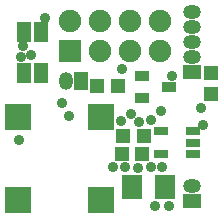
<source format=gbr>
G04 DipTrace 2.4.0.2*
%INBottomMask.gbr*%
%MOIN*%
%ADD38R,0.0492X0.0335*%
%ADD40R,0.0512X0.0315*%
%ADD42C,0.0748*%
%ADD46R,0.0748X0.0748*%
%ADD48R,0.0709X0.0787*%
%ADD50O,0.0472X0.0591*%
%ADD52R,0.0472X0.0591*%
%ADD54R,0.0472X0.0669*%
%ADD56R,0.0512X0.0472*%
%ADD58R,0.0866X0.0866*%
%ADD66R,0.0472X0.0512*%
%ADD68C,0.0354*%
%ADD70O,0.0591X0.0472*%
%ADD74R,0.0591X0.0472*%
%FSLAX44Y44*%
G04*
G70*
G90*
G75*
G01*
%LNBotMask*%
%LPD*%
D74*
X10157Y8740D3*
D70*
Y9240D3*
Y9740D3*
Y10240D3*
Y10740D3*
D68*
X10472Y7559D3*
X7520Y5591D3*
X7913D3*
X8346Y5551D3*
X8780Y5591D3*
X9173D3*
X7795Y7126D3*
X9409Y4291D3*
X6063Y7283D3*
D58*
X7126Y4488D3*
Y7244D3*
X4370D3*
Y4488D3*
D56*
X8504Y6024D3*
X7835D3*
D68*
X5276Y10551D3*
D54*
X5118Y10079D3*
Y8701D3*
X4567Y10079D3*
Y8701D3*
D52*
X6457Y8465D3*
D50*
X5957D3*
D74*
X10157Y4449D3*
D70*
Y4949D3*
D48*
X8150Y4921D3*
X9252D3*
D68*
X4409Y6496D3*
D46*
X6102Y9449D3*
D42*
Y10449D3*
X7102Y9449D3*
Y10449D3*
X8102Y9449D3*
Y10449D3*
X9102Y9449D3*
Y10449D3*
D68*
X8110Y7362D3*
X8386Y7087D3*
X8780Y7165D3*
X9134Y7441D3*
D40*
X10197Y6772D3*
Y6398D3*
Y6024D3*
X9134D3*
Y6772D3*
D68*
X4528Y9606D3*
X4449Y9252D3*
X4803Y9331D3*
D38*
X8504Y7874D3*
Y8622D3*
X9409Y8248D3*
D56*
X8543Y6614D3*
X7874D3*
X7677Y8268D3*
X7008D3*
D68*
X10512Y6969D3*
X9488Y8622D3*
X7835Y8858D3*
X5827Y7717D3*
X8937Y4291D3*
D66*
X10787Y8701D3*
Y8031D3*
M02*

</source>
